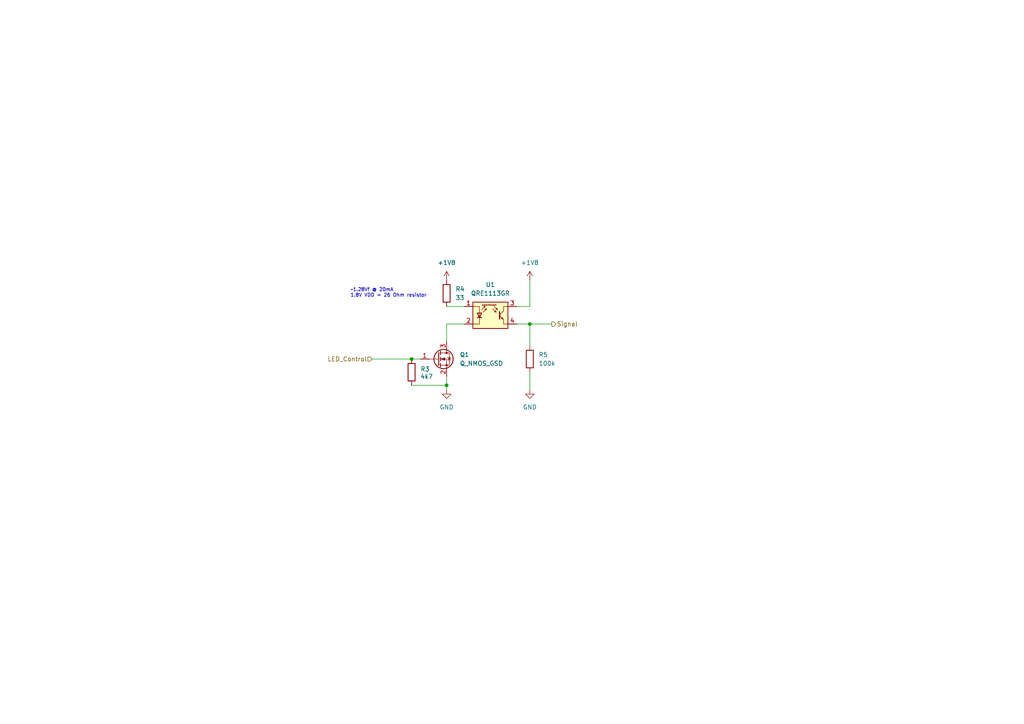
<source format=kicad_sch>
(kicad_sch (version 20210621) (generator eeschema)

  (uuid 2680c2af-648e-4696-aff5-5e28eefb58f1)

  (paper "A4")

  (lib_symbols
    (symbol "Device:Q_NMOS_GSD" (pin_names (offset 0) hide) (in_bom yes) (on_board yes)
      (property "Reference" "Q" (id 0) (at 5.08 1.27 0)
        (effects (font (size 1.27 1.27)) (justify left))
      )
      (property "Value" "Q_NMOS_GSD" (id 1) (at 5.08 -1.27 0)
        (effects (font (size 1.27 1.27)) (justify left))
      )
      (property "Footprint" "" (id 2) (at 5.08 2.54 0)
        (effects (font (size 1.27 1.27)) hide)
      )
      (property "Datasheet" "~" (id 3) (at 0 0 0)
        (effects (font (size 1.27 1.27)) hide)
      )
      (property "ki_keywords" "transistor NMOS N-MOS N-MOSFET" (id 4) (at 0 0 0)
        (effects (font (size 1.27 1.27)) hide)
      )
      (property "ki_description" "N-MOSFET transistor, gate/source/drain" (id 5) (at 0 0 0)
        (effects (font (size 1.27 1.27)) hide)
      )
      (symbol "Q_NMOS_GSD_0_1"
        (circle (center 1.651 0) (radius 2.794) (stroke (width 0.254)) (fill (type none)))
        (circle (center 2.54 -1.778) (radius 0.254) (stroke (width 0)) (fill (type outline)))
        (circle (center 2.54 1.778) (radius 0.254) (stroke (width 0)) (fill (type outline)))
        (polyline
          (pts
            (xy 0.254 0)
            (xy -2.54 0)
          )
          (stroke (width 0)) (fill (type none))
        )
        (polyline
          (pts
            (xy 0.254 1.905)
            (xy 0.254 -1.905)
          )
          (stroke (width 0.254)) (fill (type none))
        )
        (polyline
          (pts
            (xy 0.762 -1.27)
            (xy 0.762 -2.286)
          )
          (stroke (width 0.254)) (fill (type none))
        )
        (polyline
          (pts
            (xy 0.762 0.508)
            (xy 0.762 -0.508)
          )
          (stroke (width 0.254)) (fill (type none))
        )
        (polyline
          (pts
            (xy 0.762 2.286)
            (xy 0.762 1.27)
          )
          (stroke (width 0.254)) (fill (type none))
        )
        (polyline
          (pts
            (xy 2.54 2.54)
            (xy 2.54 1.778)
          )
          (stroke (width 0)) (fill (type none))
        )
        (polyline
          (pts
            (xy 2.54 -2.54)
            (xy 2.54 0)
            (xy 0.762 0)
          )
          (stroke (width 0)) (fill (type none))
        )
        (polyline
          (pts
            (xy 0.762 -1.778)
            (xy 3.302 -1.778)
            (xy 3.302 1.778)
            (xy 0.762 1.778)
          )
          (stroke (width 0)) (fill (type none))
        )
        (polyline
          (pts
            (xy 2.794 0.508)
            (xy 2.921 0.381)
            (xy 3.683 0.381)
            (xy 3.81 0.254)
          )
          (stroke (width 0)) (fill (type none))
        )
        (polyline
          (pts
            (xy 3.302 0.381)
            (xy 2.921 -0.254)
            (xy 3.683 -0.254)
            (xy 3.302 0.381)
          )
          (stroke (width 0)) (fill (type none))
        )
        (polyline
          (pts
            (xy 1.016 0)
            (xy 2.032 0.381)
            (xy 2.032 -0.381)
            (xy 1.016 0)
          )
          (stroke (width 0)) (fill (type outline))
        )
      )
      (symbol "Q_NMOS_GSD_1_1"
        (pin input line (at -5.08 0 0) (length 2.54)
          (name "G" (effects (font (size 1.27 1.27))))
          (number "1" (effects (font (size 1.27 1.27))))
        )
        (pin passive line (at 2.54 -5.08 90) (length 2.54)
          (name "S" (effects (font (size 1.27 1.27))))
          (number "2" (effects (font (size 1.27 1.27))))
        )
        (pin passive line (at 2.54 5.08 270) (length 2.54)
          (name "D" (effects (font (size 1.27 1.27))))
          (number "3" (effects (font (size 1.27 1.27))))
        )
      )
    )
    (symbol "Device:R" (pin_numbers hide) (pin_names (offset 0)) (in_bom yes) (on_board yes)
      (property "Reference" "R" (id 0) (at 2.032 0 90)
        (effects (font (size 1.27 1.27)))
      )
      (property "Value" "R" (id 1) (at 0 0 90)
        (effects (font (size 1.27 1.27)))
      )
      (property "Footprint" "" (id 2) (at -1.778 0 90)
        (effects (font (size 1.27 1.27)) hide)
      )
      (property "Datasheet" "~" (id 3) (at 0 0 0)
        (effects (font (size 1.27 1.27)) hide)
      )
      (property "ki_keywords" "R res resistor" (id 4) (at 0 0 0)
        (effects (font (size 1.27 1.27)) hide)
      )
      (property "ki_description" "Resistor" (id 5) (at 0 0 0)
        (effects (font (size 1.27 1.27)) hide)
      )
      (property "ki_fp_filters" "R_*" (id 6) (at 0 0 0)
        (effects (font (size 1.27 1.27)) hide)
      )
      (symbol "R_0_1"
        (rectangle (start -1.016 -2.54) (end 1.016 2.54)
          (stroke (width 0.254)) (fill (type none))
        )
      )
      (symbol "R_1_1"
        (pin passive line (at 0 3.81 270) (length 1.27)
          (name "~" (effects (font (size 1.27 1.27))))
          (number "1" (effects (font (size 1.27 1.27))))
        )
        (pin passive line (at 0 -3.81 90) (length 1.27)
          (name "~" (effects (font (size 1.27 1.27))))
          (number "2" (effects (font (size 1.27 1.27))))
        )
      )
    )
    (symbol "Sensor_Proximity:QRE1113GR" (pin_names (offset 0.0254) hide) (in_bom yes) (on_board yes)
      (property "Reference" "U" (id 0) (at -3.81 5.08 0)
        (effects (font (size 1.27 1.27)))
      )
      (property "Value" "QRE1113GR" (id 1) (at 11.43 5.08 0)
        (effects (font (size 1.27 1.27)) (justify right))
      )
      (property "Footprint" "OptoDevice:OnSemi_CASE100CY" (id 2) (at 0 -5.08 0)
        (effects (font (size 1.27 1.27)) hide)
      )
      (property "Datasheet" "http://www.onsemi.com/pub/Collateral/QRE1113-D.PDF" (id 3) (at 0 2.54 0)
        (effects (font (size 1.27 1.27)) hide)
      )
      (property "ki_keywords" "Reflective Optical Sensor Opto reflex coupler" (id 4) (at 0 0 0)
        (effects (font (size 1.27 1.27)) hide)
      )
      (property "ki_description" "Miniature Reflective Optical Object Sensor, SMD-4" (id 5) (at 0 0 0)
        (effects (font (size 1.27 1.27)) hide)
      )
      (property "ki_fp_filters" "OnSemi*CASE100CY*" (id 6) (at 0 0 0)
        (effects (font (size 1.27 1.27)) hide)
      )
      (symbol "QRE1113GR_0_1"
        (polyline
          (pts
            (xy -3.81 -0.635)
            (xy -2.54 -0.635)
          )
          (stroke (width 0.254)) (fill (type none))
        )
        (polyline
          (pts
            (xy -2.286 2.921)
            (xy -2.032 3.175)
          )
          (stroke (width 0)) (fill (type none))
        )
        (polyline
          (pts
            (xy -1.778 2.921)
            (xy -1.524 3.175)
          )
          (stroke (width 0)) (fill (type none))
        )
        (polyline
          (pts
            (xy -1.524 2.667)
            (xy -1.651 2.159)
          )
          (stroke (width 0)) (fill (type none))
        )
        (polyline
          (pts
            (xy -1.27 2.921)
            (xy -1.016 3.175)
          )
          (stroke (width 0)) (fill (type none))
        )
        (polyline
          (pts
            (xy -1.143 1.905)
            (xy -1.27 1.397)
          )
          (stroke (width 0)) (fill (type none))
        )
        (polyline
          (pts
            (xy -0.762 2.921)
            (xy -0.508 3.175)
          )
          (stroke (width 0)) (fill (type none))
        )
        (polyline
          (pts
            (xy -0.254 2.921)
            (xy 0 3.175)
          )
          (stroke (width 0)) (fill (type none))
        )
        (polyline
          (pts
            (xy 0.254 2.921)
            (xy 0.508 3.175)
          )
          (stroke (width 0)) (fill (type none))
        )
        (polyline
          (pts
            (xy 0.762 2.921)
            (xy 1.016 3.175)
          )
          (stroke (width 0)) (fill (type none))
        )
        (polyline
          (pts
            (xy 1.27 2.921)
            (xy 1.524 3.175)
          )
          (stroke (width 0)) (fill (type none))
        )
        (polyline
          (pts
            (xy 1.651 0.889)
            (xy 1.143 1.016)
          )
          (stroke (width 0)) (fill (type none))
        )
        (polyline
          (pts
            (xy 1.778 2.921)
            (xy -2.413 2.921)
          )
          (stroke (width 0)) (fill (type none))
        )
        (polyline
          (pts
            (xy 2.032 1.651)
            (xy 1.524 1.778)
          )
          (stroke (width 0)) (fill (type none))
        )
        (polyline
          (pts
            (xy 2.667 -0.127)
            (xy 3.81 -1.27)
          )
          (stroke (width 0)) (fill (type none))
        )
        (polyline
          (pts
            (xy 2.667 0.127)
            (xy 3.81 1.27)
          )
          (stroke (width 0)) (fill (type none))
        )
        (polyline
          (pts
            (xy -2.54 1.651)
            (xy -1.524 2.667)
            (xy -2.032 2.54)
          )
          (stroke (width 0)) (fill (type none))
        )
        (polyline
          (pts
            (xy -2.159 0.889)
            (xy -1.143 1.905)
            (xy -1.651 1.778)
          )
          (stroke (width 0)) (fill (type none))
        )
        (polyline
          (pts
            (xy 0.635 1.905)
            (xy 1.651 0.889)
            (xy 1.524 1.397)
          )
          (stroke (width 0)) (fill (type none))
        )
        (polyline
          (pts
            (xy 1.016 2.667)
            (xy 2.032 1.651)
            (xy 1.905 2.159)
          )
          (stroke (width 0)) (fill (type none))
        )
        (polyline
          (pts
            (xy 2.667 1.016)
            (xy 2.667 -1.016)
            (xy 2.667 -1.016)
          )
          (stroke (width 0.3556)) (fill (type none))
        )
        (polyline
          (pts
            (xy 3.81 -1.27)
            (xy 3.81 -2.54)
            (xy 5.08 -2.54)
          )
          (stroke (width 0)) (fill (type none))
        )
        (polyline
          (pts
            (xy 3.81 1.27)
            (xy 3.81 2.54)
            (xy 5.08 2.54)
          )
          (stroke (width 0)) (fill (type none))
        )
        (polyline
          (pts
            (xy -5.08 -2.54)
            (xy -3.175 -2.54)
            (xy -3.175 2.54)
            (xy -5.08 2.54)
          )
          (stroke (width 0)) (fill (type none))
        )
        (polyline
          (pts
            (xy -3.175 -0.635)
            (xy -3.81 0.635)
            (xy -2.54 0.635)
            (xy -3.175 -0.635)
          )
          (stroke (width 0.254)) (fill (type none))
        )
        (polyline
          (pts
            (xy 3.683 -1.143)
            (xy 3.429 -0.635)
            (xy 3.175 -0.889)
            (xy 3.683 -1.143)
          )
          (stroke (width 0)) (fill (type none))
        )
        (polyline
          (pts
            (xy -5.08 -3.81)
            (xy 5.08 -3.81)
            (xy 5.08 3.81)
            (xy -5.08 3.81)
            (xy -5.08 -3.81)
          )
          (stroke (width 0.254)) (fill (type background))
        )
      )
      (symbol "QRE1113GR_1_1"
        (pin passive line (at -7.62 2.54 0) (length 2.54)
          (name "A" (effects (font (size 1.27 1.27))))
          (number "1" (effects (font (size 1.27 1.27))))
        )
        (pin passive line (at -7.62 -2.54 0) (length 2.54)
          (name "K" (effects (font (size 1.27 1.27))))
          (number "2" (effects (font (size 1.27 1.27))))
        )
        (pin open_collector line (at 7.62 2.54 180) (length 2.54)
          (name "~" (effects (font (size 1.27 1.27))))
          (number "3" (effects (font (size 1.27 1.27))))
        )
        (pin open_emitter line (at 7.62 -2.54 180) (length 2.54)
          (name "~" (effects (font (size 1.27 1.27))))
          (number "4" (effects (font (size 1.27 1.27))))
        )
      )
    )
    (symbol "power:+1V8" (power) (pin_names (offset 0)) (in_bom yes) (on_board yes)
      (property "Reference" "#PWR" (id 0) (at 0 -3.81 0)
        (effects (font (size 1.27 1.27)) hide)
      )
      (property "Value" "+1V8" (id 1) (at 0 3.556 0)
        (effects (font (size 1.27 1.27)))
      )
      (property "Footprint" "" (id 2) (at 0 0 0)
        (effects (font (size 1.27 1.27)) hide)
      )
      (property "Datasheet" "" (id 3) (at 0 0 0)
        (effects (font (size 1.27 1.27)) hide)
      )
      (property "ki_keywords" "power-flag" (id 4) (at 0 0 0)
        (effects (font (size 1.27 1.27)) hide)
      )
      (property "ki_description" "Power symbol creates a global label with name \"+1V8\"" (id 5) (at 0 0 0)
        (effects (font (size 1.27 1.27)) hide)
      )
      (symbol "+1V8_0_1"
        (polyline
          (pts
            (xy -0.762 1.27)
            (xy 0 2.54)
          )
          (stroke (width 0)) (fill (type none))
        )
        (polyline
          (pts
            (xy 0 0)
            (xy 0 2.54)
          )
          (stroke (width 0)) (fill (type none))
        )
        (polyline
          (pts
            (xy 0 2.54)
            (xy 0.762 1.27)
          )
          (stroke (width 0)) (fill (type none))
        )
      )
      (symbol "+1V8_1_1"
        (pin power_in line (at 0 0 90) (length 0) hide
          (name "+1V8" (effects (font (size 1.27 1.27))))
          (number "1" (effects (font (size 1.27 1.27))))
        )
      )
    )
    (symbol "power:GND" (power) (pin_names (offset 0)) (in_bom yes) (on_board yes)
      (property "Reference" "#PWR" (id 0) (at 0 -6.35 0)
        (effects (font (size 1.27 1.27)) hide)
      )
      (property "Value" "GND" (id 1) (at 0 -3.81 0)
        (effects (font (size 1.27 1.27)))
      )
      (property "Footprint" "" (id 2) (at 0 0 0)
        (effects (font (size 1.27 1.27)) hide)
      )
      (property "Datasheet" "" (id 3) (at 0 0 0)
        (effects (font (size 1.27 1.27)) hide)
      )
      (property "ki_keywords" "power-flag" (id 4) (at 0 0 0)
        (effects (font (size 1.27 1.27)) hide)
      )
      (property "ki_description" "Power symbol creates a global label with name \"GND\" , ground" (id 5) (at 0 0 0)
        (effects (font (size 1.27 1.27)) hide)
      )
      (symbol "GND_0_1"
        (polyline
          (pts
            (xy 0 0)
            (xy 0 -1.27)
            (xy 1.27 -1.27)
            (xy 0 -2.54)
            (xy -1.27 -1.27)
            (xy 0 -1.27)
          )
          (stroke (width 0)) (fill (type none))
        )
      )
      (symbol "GND_1_1"
        (pin power_in line (at 0 0 270) (length 0) hide
          (name "GND" (effects (font (size 1.27 1.27))))
          (number "1" (effects (font (size 1.27 1.27))))
        )
      )
    )
  )

  (junction (at 119.38 104.14) (diameter 0) (color 0 0 0 0))
  (junction (at 129.54 111.76) (diameter 0) (color 0 0 0 0))
  (junction (at 153.67 93.98) (diameter 0) (color 0 0 0 0))

  (wire (pts (xy 107.95 104.14) (xy 119.38 104.14))
    (stroke (width 0) (type default) (color 0 0 0 0))
    (uuid 6ffa8252-2196-42f1-90eb-e9fc9901814d)
  )
  (wire (pts (xy 119.38 104.14) (xy 121.92 104.14))
    (stroke (width 0) (type default) (color 0 0 0 0))
    (uuid c9609a2e-72f6-4590-b171-93c06080a925)
  )
  (wire (pts (xy 119.38 111.76) (xy 129.54 111.76))
    (stroke (width 0) (type default) (color 0 0 0 0))
    (uuid e875c3dc-cffd-4ab8-ad74-28794bbb58df)
  )
  (wire (pts (xy 129.54 93.98) (xy 134.62 93.98))
    (stroke (width 0) (type default) (color 0 0 0 0))
    (uuid dd8ee6a4-18de-4688-a45d-4801e63a9079)
  )
  (wire (pts (xy 129.54 99.06) (xy 129.54 93.98))
    (stroke (width 0) (type default) (color 0 0 0 0))
    (uuid dd8ee6a4-18de-4688-a45d-4801e63a9079)
  )
  (wire (pts (xy 129.54 111.76) (xy 129.54 109.22))
    (stroke (width 0) (type default) (color 0 0 0 0))
    (uuid f0eca68a-9d9c-4311-bdd8-e79df05c8431)
  )
  (wire (pts (xy 129.54 113.03) (xy 129.54 111.76))
    (stroke (width 0) (type default) (color 0 0 0 0))
    (uuid f0eca68a-9d9c-4311-bdd8-e79df05c8431)
  )
  (wire (pts (xy 134.62 88.9) (xy 129.54 88.9))
    (stroke (width 0) (type default) (color 0 0 0 0))
    (uuid 5d65250a-c004-4a9c-9805-d572a6658970)
  )
  (wire (pts (xy 149.86 93.98) (xy 153.67 93.98))
    (stroke (width 0) (type default) (color 0 0 0 0))
    (uuid 9f5440d8-6013-412f-ac41-d66dada169fb)
  )
  (wire (pts (xy 153.67 81.28) (xy 153.67 88.9))
    (stroke (width 0) (type default) (color 0 0 0 0))
    (uuid 9f80abe7-018a-455b-b194-a318294f2b08)
  )
  (wire (pts (xy 153.67 88.9) (xy 149.86 88.9))
    (stroke (width 0) (type default) (color 0 0 0 0))
    (uuid 9f80abe7-018a-455b-b194-a318294f2b08)
  )
  (wire (pts (xy 153.67 93.98) (xy 153.67 100.33))
    (stroke (width 0) (type default) (color 0 0 0 0))
    (uuid 9f5440d8-6013-412f-ac41-d66dada169fb)
  )
  (wire (pts (xy 153.67 93.98) (xy 160.02 93.98))
    (stroke (width 0) (type default) (color 0 0 0 0))
    (uuid f6348dfa-fffa-4a85-9c38-867151fcce70)
  )
  (wire (pts (xy 153.67 113.03) (xy 153.67 107.95))
    (stroke (width 0) (type default) (color 0 0 0 0))
    (uuid c3dc23f3-42f5-4689-b013-6a0ccc595472)
  )

  (text "~1.28Vf @ 20mA\n1.8V VDD = 26 Ohm resistor" (at 101.6 86.36 0)
    (effects (font (size 1 1)) (justify left bottom))
    (uuid b5c23022-ccb3-4be4-a753-68cd235dafde)
  )

  (hierarchical_label "LED_Control" (shape input) (at 107.95 104.14 180)
    (effects (font (size 1.27 1.27)) (justify right))
    (uuid 1ba4f0d6-8d59-420b-b78e-ea0c8d3be8ad)
  )
  (hierarchical_label "Signal" (shape output) (at 160.02 93.98 0)
    (effects (font (size 1.27 1.27)) (justify left))
    (uuid 49532823-6a96-4168-af84-ea521284705a)
  )

  (symbol (lib_id "power:+1V8") (at 129.54 81.28 0) (unit 1)
    (in_bom yes) (on_board yes) (fields_autoplaced)
    (uuid ec9e445e-ac2c-4b8e-b7d2-a319d3d86749)
    (property "Reference" "#PWR0110" (id 0) (at 129.54 85.09 0)
      (effects (font (size 1.27 1.27)) hide)
    )
    (property "Value" "+1V8" (id 1) (at 129.54 76.2 0))
    (property "Footprint" "" (id 2) (at 129.54 81.28 0)
      (effects (font (size 1.27 1.27)) hide)
    )
    (property "Datasheet" "" (id 3) (at 129.54 81.28 0)
      (effects (font (size 1.27 1.27)) hide)
    )
    (pin "1" (uuid 3bcac750-2597-480b-a372-e397cead6955))
  )

  (symbol (lib_id "power:+1V8") (at 153.67 81.28 0) (unit 1)
    (in_bom yes) (on_board yes) (fields_autoplaced)
    (uuid 4c0f3241-f5da-406d-8763-1e34b80d54fd)
    (property "Reference" "#PWR0109" (id 0) (at 153.67 85.09 0)
      (effects (font (size 1.27 1.27)) hide)
    )
    (property "Value" "+1V8" (id 1) (at 153.67 76.2 0))
    (property "Footprint" "" (id 2) (at 153.67 81.28 0)
      (effects (font (size 1.27 1.27)) hide)
    )
    (property "Datasheet" "" (id 3) (at 153.67 81.28 0)
      (effects (font (size 1.27 1.27)) hide)
    )
    (pin "1" (uuid d84a60ef-889d-4cd4-83e5-12566459be96))
  )

  (symbol (lib_id "power:GND") (at 129.54 113.03 0) (unit 1)
    (in_bom yes) (on_board yes) (fields_autoplaced)
    (uuid f97b9b4e-aecc-4b5f-bca0-78616fee8e46)
    (property "Reference" "#PWR0108" (id 0) (at 129.54 119.38 0)
      (effects (font (size 1.27 1.27)) hide)
    )
    (property "Value" "GND" (id 1) (at 129.54 118.11 0))
    (property "Footprint" "" (id 2) (at 129.54 113.03 0)
      (effects (font (size 1.27 1.27)) hide)
    )
    (property "Datasheet" "" (id 3) (at 129.54 113.03 0)
      (effects (font (size 1.27 1.27)) hide)
    )
    (pin "1" (uuid 4f62a66a-7556-4af9-b0a2-f2c171273bd3))
  )

  (symbol (lib_id "power:GND") (at 153.67 113.03 0) (unit 1)
    (in_bom yes) (on_board yes) (fields_autoplaced)
    (uuid 3b183d56-3e66-4e32-a7b8-eb5cffd731e3)
    (property "Reference" "#PWR0111" (id 0) (at 153.67 119.38 0)
      (effects (font (size 1.27 1.27)) hide)
    )
    (property "Value" "GND" (id 1) (at 153.67 118.11 0))
    (property "Footprint" "" (id 2) (at 153.67 113.03 0)
      (effects (font (size 1.27 1.27)) hide)
    )
    (property "Datasheet" "" (id 3) (at 153.67 113.03 0)
      (effects (font (size 1.27 1.27)) hide)
    )
    (pin "1" (uuid 017055a4-3e8a-40fc-a474-0d26c8456a5b))
  )

  (symbol (lib_id "Device:R") (at 119.38 107.95 0) (unit 1)
    (in_bom yes) (on_board yes)
    (uuid 6e6f0480-57c6-4cb8-9d01-73dd18ed7f96)
    (property "Reference" "R3" (id 0) (at 121.92 107.0515 0)
      (effects (font (size 1.27 1.27)) (justify left))
    )
    (property "Value" "4k7" (id 1) (at 121.92 109.2199 0)
      (effects (font (size 1.27 1.27)) (justify left))
    )
    (property "Footprint" "" (id 2) (at 117.602 107.95 90)
      (effects (font (size 1.27 1.27)) hide)
    )
    (property "Datasheet" "~" (id 3) (at 119.38 107.95 0)
      (effects (font (size 1.27 1.27)) hide)
    )
    (pin "1" (uuid c90d6366-fe7d-4ae3-b3d7-2d76ea6f09d4))
    (pin "2" (uuid 24aed731-1133-4b7d-938e-31c504232be9))
  )

  (symbol (lib_id "Device:R") (at 129.54 85.09 0) (unit 1)
    (in_bom yes) (on_board yes) (fields_autoplaced)
    (uuid 3cd85067-73db-446f-bf8f-409a2d70a458)
    (property "Reference" "R4" (id 0) (at 132.08 83.8199 0)
      (effects (font (size 1.27 1.27)) (justify left))
    )
    (property "Value" "33" (id 1) (at 132.08 86.3599 0)
      (effects (font (size 1.27 1.27)) (justify left))
    )
    (property "Footprint" "" (id 2) (at 127.762 85.09 90)
      (effects (font (size 1.27 1.27)) hide)
    )
    (property "Datasheet" "~" (id 3) (at 129.54 85.09 0)
      (effects (font (size 1.27 1.27)) hide)
    )
    (pin "1" (uuid 1c8d6e8d-9c07-4ec6-a527-b44de2673012))
    (pin "2" (uuid c5b555d1-e66a-43c3-b253-1efd0e7c5d68))
  )

  (symbol (lib_id "Device:R") (at 153.67 104.14 0) (unit 1)
    (in_bom yes) (on_board yes) (fields_autoplaced)
    (uuid a22a9df5-b3a7-4cb0-b565-937c4f24597f)
    (property "Reference" "R5" (id 0) (at 156.21 102.8699 0)
      (effects (font (size 1.27 1.27)) (justify left))
    )
    (property "Value" "100k" (id 1) (at 156.21 105.4099 0)
      (effects (font (size 1.27 1.27)) (justify left))
    )
    (property "Footprint" "" (id 2) (at 151.892 104.14 90)
      (effects (font (size 1.27 1.27)) hide)
    )
    (property "Datasheet" "~" (id 3) (at 153.67 104.14 0)
      (effects (font (size 1.27 1.27)) hide)
    )
    (pin "1" (uuid e2a2fe09-128d-4c20-95d2-e0241c5cee22))
    (pin "2" (uuid 53829b3e-7373-491b-881a-95934e3a3174))
  )

  (symbol (lib_id "Device:Q_NMOS_GSD") (at 127 104.14 0) (unit 1)
    (in_bom yes) (on_board yes) (fields_autoplaced)
    (uuid 568d8b29-0070-453a-bcc0-0169a67e10ff)
    (property "Reference" "Q1" (id 0) (at 133.35 102.8699 0)
      (effects (font (size 1.27 1.27)) (justify left))
    )
    (property "Value" "Q_NMOS_GSD" (id 1) (at 133.35 105.4099 0)
      (effects (font (size 1.27 1.27)) (justify left))
    )
    (property "Footprint" "" (id 2) (at 132.08 101.6 0)
      (effects (font (size 1.27 1.27)) hide)
    )
    (property "Datasheet" "~" (id 3) (at 127 104.14 0)
      (effects (font (size 1.27 1.27)) hide)
    )
    (pin "1" (uuid 6c4fdb3a-4645-429d-93ee-7d8331148f07))
    (pin "2" (uuid 1cb98252-4155-45d4-80bb-253a993bb406))
    (pin "3" (uuid 079bc913-c7cf-4e9d-b85c-a526110b11b6))
  )

  (symbol (lib_id "Sensor_Proximity:QRE1113GR") (at 142.24 91.44 0) (unit 1)
    (in_bom yes) (on_board yes) (fields_autoplaced)
    (uuid 89b96f50-a223-42b8-8c4a-25a915d4252a)
    (property "Reference" "U1" (id 0) (at 142.24 82.55 0))
    (property "Value" "QRE1113GR" (id 1) (at 142.24 85.09 0))
    (property "Footprint" "OptoDevice:OnSemi_CASE100CY" (id 2) (at 142.24 96.52 0)
      (effects (font (size 1.27 1.27)) hide)
    )
    (property "Datasheet" "http://www.onsemi.com/pub/Collateral/QRE1113-D.PDF" (id 3) (at 142.24 88.9 0)
      (effects (font (size 1.27 1.27)) hide)
    )
    (pin "1" (uuid efe90529-245c-4532-935d-c9003f26f4d7))
    (pin "2" (uuid edae8660-d033-498f-8ed7-d8357755daa1))
    (pin "3" (uuid 8284d0a1-b28b-4807-8706-04006cf14d3e))
    (pin "4" (uuid b95fc8ed-c156-4712-b92b-c5fe0c9cc285))
  )
)

</source>
